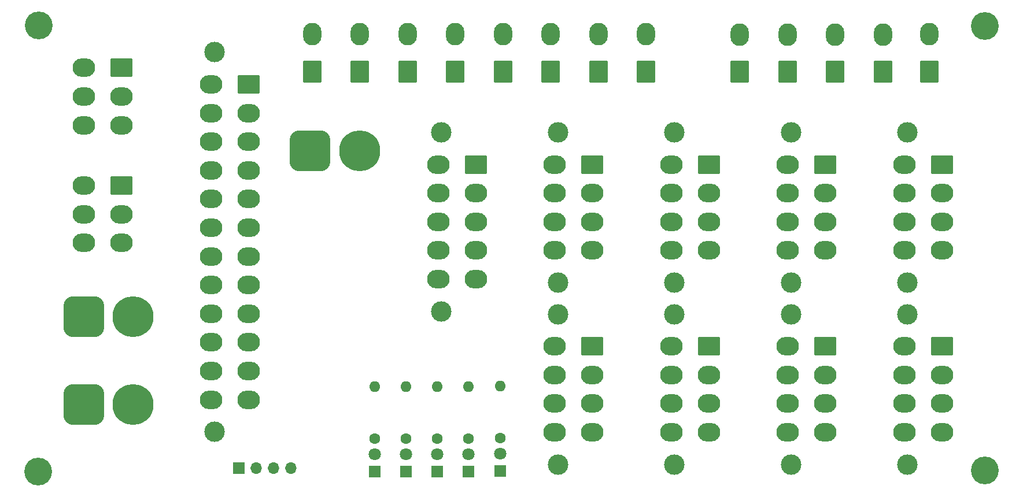
<source format=gbr>
%TF.GenerationSoftware,KiCad,Pcbnew,(6.0.9)*%
%TF.CreationDate,2023-04-01T15:55:58-08:00*%
%TF.ProjectId,ABSIS_ATX Power Supply Unit,41425349-535f-4415-9458-20506f776572,6*%
%TF.SameCoordinates,Original*%
%TF.FileFunction,Soldermask,Top*%
%TF.FilePolarity,Negative*%
%FSLAX46Y46*%
G04 Gerber Fmt 4.6, Leading zero omitted, Abs format (unit mm)*
G04 Created by KiCad (PCBNEW (6.0.9)) date 2023-04-01 15:55:58*
%MOMM*%
%LPD*%
G01*
G04 APERTURE LIST*
G04 Aperture macros list*
%AMRoundRect*
0 Rectangle with rounded corners*
0 $1 Rounding radius*
0 $2 $3 $4 $5 $6 $7 $8 $9 X,Y pos of 4 corners*
0 Add a 4 corners polygon primitive as box body*
4,1,4,$2,$3,$4,$5,$6,$7,$8,$9,$2,$3,0*
0 Add four circle primitives for the rounded corners*
1,1,$1+$1,$2,$3*
1,1,$1+$1,$4,$5*
1,1,$1+$1,$6,$7*
1,1,$1+$1,$8,$9*
0 Add four rect primitives between the rounded corners*
20,1,$1+$1,$2,$3,$4,$5,0*
20,1,$1+$1,$4,$5,$6,$7,0*
20,1,$1+$1,$6,$7,$8,$9,0*
20,1,$1+$1,$8,$9,$2,$3,0*%
G04 Aperture macros list end*
%ADD10C,3.000000*%
%ADD11RoundRect,0.250001X-1.399999X1.099999X-1.399999X-1.099999X1.399999X-1.099999X1.399999X1.099999X0*%
%ADD12O,3.300000X2.700000*%
%ADD13C,4.064000*%
%ADD14RoundRect,1.500000X-1.500000X-1.500000X1.500000X-1.500000X1.500000X1.500000X-1.500000X1.500000X0*%
%ADD15C,6.000000*%
%ADD16RoundRect,0.250001X1.099999X1.399999X-1.099999X1.399999X-1.099999X-1.399999X1.099999X-1.399999X0*%
%ADD17O,2.700000X3.300000*%
%ADD18C,1.600000*%
%ADD19O,1.600000X1.600000*%
%ADD20R,1.800000X1.800000*%
%ADD21C,1.800000*%
%ADD22R,1.700000X1.700000*%
%ADD23O,1.700000X1.700000*%
G04 APERTURE END LIST*
D10*
%TO.C,J2*%
X64208800Y-60222400D03*
X64208800Y-115822400D03*
D11*
X69248800Y-64922400D03*
D12*
X69248800Y-69122400D03*
X69248800Y-73322400D03*
X69248800Y-77522400D03*
X69248800Y-81722400D03*
X69248800Y-85922400D03*
X69248800Y-90122400D03*
X69248800Y-94322400D03*
X69248800Y-98522400D03*
X69248800Y-102722400D03*
X69248800Y-106922400D03*
X69248800Y-111122400D03*
X63748800Y-64922400D03*
X63748800Y-69122400D03*
X63748800Y-73322400D03*
X63748800Y-77522400D03*
X63748800Y-81722400D03*
X63748800Y-85922400D03*
X63748800Y-90122400D03*
X63748800Y-94322400D03*
X63748800Y-98522400D03*
X63748800Y-102722400D03*
X63748800Y-106922400D03*
X63748800Y-111122400D03*
%TD*%
D10*
%TO.C,J6*%
X148603700Y-93964600D03*
X148603700Y-71964600D03*
D11*
X153643700Y-76664600D03*
D12*
X153643700Y-80864600D03*
X153643700Y-85064600D03*
X153643700Y-89264600D03*
X148143700Y-76664600D03*
X148143700Y-80864600D03*
X148143700Y-85064600D03*
X148143700Y-89264600D03*
%TD*%
D13*
%TO.C,H2*%
X177000000Y-121500000D03*
%TD*%
%TO.C,H1*%
X38506400Y-56286400D03*
%TD*%
%TO.C,H3*%
X38404800Y-121615200D03*
%TD*%
D10*
%TO.C,J7*%
X165656400Y-71964600D03*
X165656400Y-93964600D03*
D11*
X170696400Y-76664600D03*
D12*
X170696400Y-80864600D03*
X170696400Y-85064600D03*
X170696400Y-89264600D03*
X165196400Y-76664600D03*
X165196400Y-80864600D03*
X165196400Y-85064600D03*
X165196400Y-89264600D03*
%TD*%
D10*
%TO.C,J10*%
X148603700Y-98601800D03*
X148603700Y-120601800D03*
D11*
X153643700Y-103301800D03*
D12*
X153643700Y-107501800D03*
X153643700Y-111701800D03*
X153643700Y-115901800D03*
X148143700Y-103301800D03*
X148143700Y-107501800D03*
X148143700Y-111701800D03*
X148143700Y-115901800D03*
%TD*%
D10*
%TO.C,J8*%
X114498300Y-98601800D03*
X114498300Y-120601800D03*
D11*
X119538300Y-103301800D03*
D12*
X119538300Y-107501800D03*
X119538300Y-111701800D03*
X119538300Y-115901800D03*
X114038300Y-103301800D03*
X114038300Y-107501800D03*
X114038300Y-111701800D03*
X114038300Y-115901800D03*
%TD*%
D10*
%TO.C,J5*%
X131551000Y-71964600D03*
X131551000Y-93964600D03*
D11*
X136591000Y-76664600D03*
D12*
X136591000Y-80864600D03*
X136591000Y-85064600D03*
X136591000Y-89264600D03*
X131091000Y-76664600D03*
X131091000Y-80864600D03*
X131091000Y-85064600D03*
X131091000Y-89264600D03*
%TD*%
D10*
%TO.C,J9*%
X131551000Y-120601800D03*
X131551000Y-98601800D03*
D11*
X136591000Y-103301800D03*
D12*
X136591000Y-107501800D03*
X136591000Y-111701800D03*
X136591000Y-115901800D03*
X131091000Y-103301800D03*
X131091000Y-107501800D03*
X131091000Y-111701800D03*
X131091000Y-115901800D03*
%TD*%
D13*
%TO.C,H4*%
X177000000Y-56337200D03*
%TD*%
D14*
%TO.C,J28*%
X78228400Y-74676800D03*
D15*
X85428400Y-74676800D03*
%TD*%
D16*
%TO.C,J12*%
X78519800Y-63093600D03*
D17*
X78519800Y-57593600D03*
%TD*%
D16*
%TO.C,J13*%
X85504800Y-63093600D03*
D17*
X85504800Y-57593600D03*
%TD*%
D16*
%TO.C,J14*%
X92489800Y-63093600D03*
D17*
X92489800Y-57593600D03*
%TD*%
D16*
%TO.C,J15*%
X99474800Y-63093600D03*
D17*
X99474800Y-57593600D03*
%TD*%
D16*
%TO.C,J16*%
X106459800Y-63093600D03*
D17*
X106459800Y-57593600D03*
%TD*%
D16*
%TO.C,J17*%
X113444800Y-63093600D03*
D17*
X113444800Y-57593600D03*
%TD*%
D16*
%TO.C,J18*%
X120429800Y-63093600D03*
D17*
X120429800Y-57593600D03*
%TD*%
D16*
%TO.C,J19*%
X127414800Y-63093600D03*
D17*
X127414800Y-57593600D03*
%TD*%
D16*
%TO.C,J21*%
X162093058Y-63107200D03*
D17*
X162093058Y-57607200D03*
%TD*%
D16*
%TO.C,J22*%
X155089916Y-63107200D03*
D17*
X155089916Y-57607200D03*
%TD*%
D16*
%TO.C,J23*%
X148086774Y-63107200D03*
D17*
X148086774Y-57607200D03*
%TD*%
D16*
%TO.C,J24*%
X141083632Y-63107200D03*
D17*
X141083632Y-57607200D03*
%TD*%
D10*
%TO.C,J4*%
X114498300Y-93964600D03*
X114498300Y-71964600D03*
D11*
X119538300Y-76664600D03*
D12*
X119538300Y-80864600D03*
X119538300Y-85064600D03*
X119538300Y-89264600D03*
X114038300Y-76664600D03*
X114038300Y-80864600D03*
X114038300Y-85064600D03*
X114038300Y-89264600D03*
%TD*%
D10*
%TO.C,J11*%
X165656400Y-98601800D03*
X165656400Y-120601800D03*
D11*
X170696400Y-103301800D03*
D12*
X170696400Y-107501800D03*
X170696400Y-111701800D03*
X170696400Y-115901800D03*
X165196400Y-103301800D03*
X165196400Y-107501800D03*
X165196400Y-111701800D03*
X165196400Y-115901800D03*
%TD*%
D16*
%TO.C,J20*%
X168867600Y-63093600D03*
D17*
X168867600Y-57593600D03*
%TD*%
D14*
%TO.C,J29*%
X45055200Y-98941900D03*
D15*
X52255200Y-98941900D03*
%TD*%
D14*
%TO.C,J30*%
X45055200Y-111842300D03*
D15*
X52255200Y-111842300D03*
%TD*%
D11*
%TO.C,J25*%
X50604000Y-79747000D03*
D12*
X50604000Y-83947000D03*
X50604000Y-88147000D03*
X45104000Y-79747000D03*
X45104000Y-83947000D03*
X45104000Y-88147000D03*
%TD*%
D11*
%TO.C,J26*%
X50604000Y-62500000D03*
D12*
X50604000Y-66700000D03*
X50604000Y-70900000D03*
X45104000Y-62500000D03*
X45104000Y-66700000D03*
X45104000Y-70900000D03*
%TD*%
D10*
%TO.C,J3*%
X97445600Y-98164600D03*
X97445600Y-71964600D03*
D11*
X102485600Y-76664600D03*
D12*
X102485600Y-80864600D03*
X102485600Y-85064600D03*
X102485600Y-89264600D03*
X102485600Y-93464600D03*
X96985600Y-76664600D03*
X96985600Y-80864600D03*
X96985600Y-85064600D03*
X96985600Y-89264600D03*
X96985600Y-93464600D03*
%TD*%
D18*
%TO.C,R1*%
X87694000Y-116810100D03*
D19*
X87694000Y-109190100D03*
%TD*%
D18*
%TO.C,R4*%
X101410000Y-116810100D03*
D19*
X101410000Y-109190100D03*
%TD*%
D18*
%TO.C,R5*%
X106020000Y-116747600D03*
D19*
X106020000Y-109127600D03*
%TD*%
D18*
%TO.C,R3*%
X96838000Y-116810100D03*
D19*
X96838000Y-109190100D03*
%TD*%
D18*
%TO.C,R2*%
X92266000Y-116810100D03*
D19*
X92266000Y-109190100D03*
%TD*%
D20*
%TO.C,D5*%
X106010000Y-121597600D03*
D21*
X106010000Y-119057600D03*
%TD*%
D20*
%TO.C,D2*%
X92266000Y-121645600D03*
D21*
X92266000Y-119105600D03*
%TD*%
D20*
%TO.C,D1*%
X87694000Y-121645600D03*
D21*
X87694000Y-119105600D03*
%TD*%
D20*
%TO.C,D3*%
X96838000Y-121645600D03*
D21*
X96838000Y-119105600D03*
%TD*%
D20*
%TO.C,D4*%
X101410000Y-121645600D03*
D21*
X101410000Y-119105600D03*
%TD*%
D22*
%TO.C,J1*%
X67801000Y-121158000D03*
D23*
X70341000Y-121158000D03*
X72881000Y-121158000D03*
X75421000Y-121158000D03*
%TD*%
M02*

</source>
